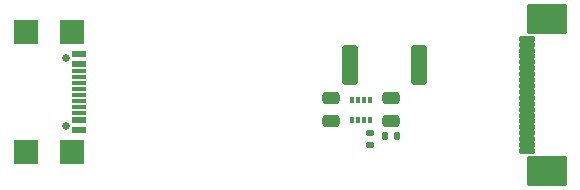
<source format=gbr>
%TF.GenerationSoftware,KiCad,Pcbnew,(7.0.0)*%
%TF.CreationDate,2023-10-22T09:50:51+03:00*%
%TF.ProjectId,nanoInvaderBot-logic,6e616e6f-496e-4766-9164-6572426f742d,rev?*%
%TF.SameCoordinates,Original*%
%TF.FileFunction,Soldermask,Top*%
%TF.FilePolarity,Negative*%
%FSLAX46Y46*%
G04 Gerber Fmt 4.6, Leading zero omitted, Abs format (unit mm)*
G04 Created by KiCad (PCBNEW (7.0.0)) date 2023-10-22 09:50:51*
%MOMM*%
%LPD*%
G01*
G04 APERTURE LIST*
G04 Aperture macros list*
%AMRoundRect*
0 Rectangle with rounded corners*
0 $1 Rounding radius*
0 $2 $3 $4 $5 $6 $7 $8 $9 X,Y pos of 4 corners*
0 Add a 4 corners polygon primitive as box body*
4,1,4,$2,$3,$4,$5,$6,$7,$8,$9,$2,$3,0*
0 Add four circle primitives for the rounded corners*
1,1,$1+$1,$2,$3*
1,1,$1+$1,$4,$5*
1,1,$1+$1,$6,$7*
1,1,$1+$1,$8,$9*
0 Add four rect primitives between the rounded corners*
20,1,$1+$1,$2,$3,$4,$5,0*
20,1,$1+$1,$4,$5,$6,$7,0*
20,1,$1+$1,$6,$7,$8,$9,0*
20,1,$1+$1,$8,$9,$2,$3,0*%
G04 Aperture macros list end*
%ADD10RoundRect,0.250000X-0.475000X0.250000X-0.475000X-0.250000X0.475000X-0.250000X0.475000X0.250000X0*%
%ADD11C,0.660400*%
%ADD12R,2.006600X2.159000*%
%ADD13R,1.143000X0.609600*%
%ADD14R,1.143000X0.304800*%
%ADD15RoundRect,0.135000X-0.185000X0.135000X-0.185000X-0.135000X0.185000X-0.135000X0.185000X0.135000X0*%
%ADD16RoundRect,0.135000X0.135000X0.185000X-0.135000X0.185000X-0.135000X-0.185000X0.135000X-0.185000X0*%
%ADD17RoundRect,0.102000X0.550000X-0.150000X0.550000X0.150000X-0.550000X0.150000X-0.550000X-0.150000X0*%
%ADD18RoundRect,0.102000X1.550000X-1.150000X1.550000X1.150000X-1.550000X1.150000X-1.550000X-1.150000X0*%
%ADD19R,0.300000X0.475000*%
%ADD20RoundRect,0.250000X0.425000X1.425000X-0.425000X1.425000X-0.425000X-1.425000X0.425000X-1.425000X0*%
G04 APERTURE END LIST*
D10*
%TO.C,C1*%
X146750000Y-100300000D03*
X146750000Y-102200000D03*
%TD*%
D11*
%TO.C,J1*%
X124287800Y-96859999D03*
X124287800Y-102640001D03*
D12*
X124787799Y-94639999D03*
X124787799Y-104859999D03*
X120857799Y-94639999D03*
X120857799Y-104859999D03*
D13*
X125362799Y-96549998D03*
X125362799Y-97349999D03*
D14*
X125362799Y-98499999D03*
X125362799Y-99499999D03*
X125362799Y-99999999D03*
X125362799Y-100999999D03*
D13*
X125362799Y-102149999D03*
X125362799Y-102949998D03*
D14*
X125362799Y-101499998D03*
X125362799Y-100500000D03*
X125362799Y-98999998D03*
X125362799Y-98000000D03*
%TD*%
D15*
%TO.C,R10*%
X150000000Y-103240000D03*
X150000000Y-104260000D03*
%TD*%
D16*
%TO.C,R9*%
X152260000Y-103500000D03*
X151240000Y-103500000D03*
%TD*%
D17*
%TO.C,J4*%
X163312500Y-104750000D03*
X163312500Y-104250000D03*
X163312500Y-103750000D03*
X163312500Y-103250000D03*
X163312500Y-102750000D03*
X163312500Y-102250000D03*
X163312500Y-101750000D03*
X163312500Y-101250000D03*
X163312500Y-100750000D03*
X163312500Y-100250000D03*
X163312500Y-99750000D03*
X163312500Y-99250000D03*
X163312500Y-98750000D03*
X163312500Y-98250000D03*
X163312500Y-97750000D03*
X163312500Y-97250000D03*
X163312500Y-96750000D03*
X163312500Y-96250000D03*
X163312500Y-95750000D03*
X163312500Y-95250000D03*
D18*
X165012500Y-106420000D03*
X165012500Y-93580000D03*
%TD*%
D19*
%TO.C,U5*%
X149999999Y-100411999D03*
X149499999Y-100411999D03*
X148999999Y-100411999D03*
X148499999Y-100411999D03*
X148499999Y-102087999D03*
X148999999Y-102087999D03*
X149499999Y-102087999D03*
X149999999Y-102087999D03*
%TD*%
D20*
%TO.C,L1*%
X154150000Y-97500000D03*
X148350000Y-97500000D03*
%TD*%
D10*
%TO.C,C2*%
X151750000Y-100300000D03*
X151750000Y-102200000D03*
%TD*%
M02*

</source>
